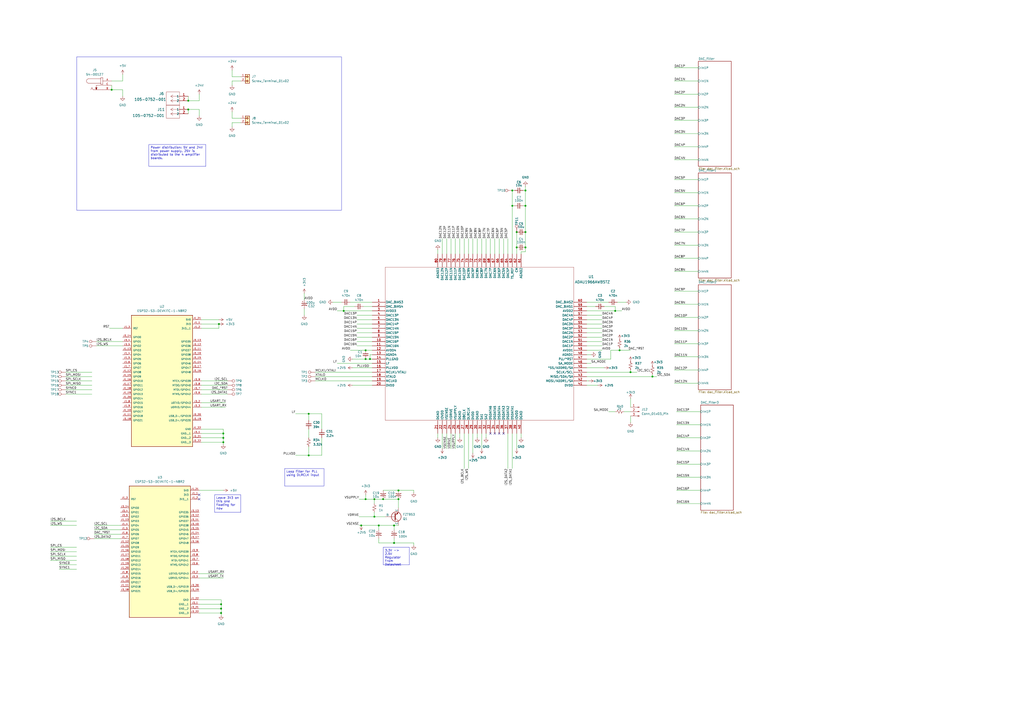
<source format=kicad_sch>
(kicad_sch (version 20231120) (generator "eeschema") (generator_version "8.0")
  (paper "A2")
  (junction (at 129.54 256.54))
  (junction (at 127 187.96))
  (junction (at 228.6 314.96))
  (junction (at 299.72 134.62))
  (junction (at 217.17 289.56))
  (junction (at 299.72 143.51))
  (junction (at 214.63 208.28))
  (junction (at 297.18 110.49))
  (junction (at 128.27 350.52))
  (junction (at 365.76 215.9))
  (junction (at 304.8 119.38))
  (junction (at 64.77 52.07))
  (junction (at 179.07 240.03))
  (junction (at 304.8 143.51))
  (junction (at 304.8 134.62))
  (junction (at 199.39 180.34))
  (junction (at 128.27 353.06))
  (junction (at 209.55 304.8))
  (junction (at 228.6 304.8))
  (junction (at 356.87 180.34))
  (junction (at 297.18 119.38))
  (junction (at 378.46 218.44))
  (junction (at 304.8 110.49))
  (junction (at 217.17 299.72))
  (junction (at 109.22 63.5))
  (junction (at 129.54 251.46))
  (junction (at 179.07 264.16))
  (junction (at 231.14 289.56))
  (junction (at 222.25 289.56))
  (junction (at 128.27 355.6))
  (junction (at 212.09 208.28))
  (junction (at 359.41 203.2))
  (junction (at 109.22 58.42))
  (junction (at 231.14 284.48))
  (junction (at 219.71 304.8))
  (junction (at 129.54 254))
  (junction (at 212.09 289.56))
  (junction (at 212.09 203.2))
  (no_connect (at 115.57 287.02))
  (no_connect (at 289.56 251.46))
  (no_connect (at 287.02 251.46))
  (no_connect (at 284.48 251.46))
  (no_connect (at 292.1 251.46))
  (no_connect (at 115.57 289.56))
  (wire (pts (xy 116.84 254) (xy 129.54 254)))
  (wire (pts (xy 186.69 254) (xy 186.69 264.16)))
  (wire (pts (xy 378.46 217.17) (xy 378.46 218.44)))
  (wire (pts (xy 391.16 92.71) (xy 405.13 92.71)))
  (wire (pts (xy 217.17 299.72) (xy 223.52 299.72)))
  (wire (pts (xy 215.9 177.8) (xy 210.82 177.8)))
  (wire (pts (xy 215.9 190.5) (xy 207.01 190.5)))
  (wire (pts (xy 128.27 355.6) (xy 128.27 353.06)))
  (wire (pts (xy 391.16 157.48) (xy 405.13 157.48)))
  (wire (pts (xy 215.9 175.26) (xy 203.2 175.26)))
  (wire (pts (xy 340.36 177.8) (xy 345.44 177.8)))
  (wire (pts (xy 219.71 314.96) (xy 228.6 314.96)))
  (wire (pts (xy 198.12 175.26) (xy 193.04 175.26)))
  (wire (pts (xy 214.63 208.28) (xy 214.63 205.74)))
  (wire (pts (xy 128.27 350.52) (xy 128.27 347.98)))
  (wire (pts (xy 222.25 289.56) (xy 231.14 289.56)))
  (wire (pts (xy 204.47 223.52) (xy 215.9 223.52)))
  (wire (pts (xy 392.43 238.76) (xy 406.4 238.76)))
  (wire (pts (xy 240.03 314.96) (xy 240.03 316.23)))
  (wire (pts (xy 266.7 251.46) (xy 266.7 254)))
  (wire (pts (xy 115.57 54.61) (xy 115.57 58.42)))
  (wire (pts (xy 129.54 254) (xy 129.54 251.46)))
  (wire (pts (xy 391.16 191.77) (xy 405.13 191.77)))
  (wire (pts (xy 340.36 215.9) (xy 365.76 215.9)))
  (wire (pts (xy 219.71 307.34) (xy 219.71 304.8)))
  (wire (pts (xy 391.16 85.09) (xy 405.13 85.09)))
  (wire (pts (xy 299.72 134.62) (xy 299.72 143.51)))
  (wire (pts (xy 391.16 119.38) (xy 405.13 119.38)))
  (wire (pts (xy 391.16 39.37) (xy 405.13 39.37)))
  (wire (pts (xy 391.16 214.63) (xy 405.13 214.63)))
  (wire (pts (xy 55.88 198.12) (xy 71.12 198.12)))
  (wire (pts (xy 340.36 175.26) (xy 353.06 175.26)))
  (wire (pts (xy 391.16 127) (xy 405.13 127)))
  (wire (pts (xy 171.45 264.16) (xy 179.07 264.16)))
  (wire (pts (xy 176.53 173.99) (xy 176.53 170.18)))
  (wire (pts (xy 302.26 251.46) (xy 302.26 254)))
  (wire (pts (xy 115.57 284.48) (xy 129.54 284.48)))
  (wire (pts (xy 304.8 119.38) (xy 304.8 110.49)))
  (wire (pts (xy 391.16 46.99) (xy 405.13 46.99)))
  (wire (pts (xy 38.1 220.98) (xy 53.34 220.98)))
  (wire (pts (xy 109.22 55.88) (xy 109.22 58.42)))
  (wire (pts (xy 64.77 52.07) (xy 71.12 52.07)))
  (wire (pts (xy 127 190.5) (xy 127 187.96)))
  (wire (pts (xy 116.84 236.22) (xy 130.81 236.22)))
  (wire (pts (xy 139.7 71.12) (xy 134.62 71.12)))
  (wire (pts (xy 297.18 110.49) (xy 297.18 119.38)))
  (wire (pts (xy 199.39 180.34) (xy 195.58 180.34)))
  (wire (pts (xy 208.28 289.56) (xy 212.09 289.56)))
  (wire (pts (xy 240.03 284.48) (xy 240.03 285.75)))
  (wire (pts (xy 365.76 215.9) (xy 369.57 215.9)))
  (wire (pts (xy 109.22 63.5) (xy 115.57 63.5)))
  (wire (pts (xy 264.16 147.32) (xy 264.16 138.43)))
  (wire (pts (xy 115.57 355.6) (xy 128.27 355.6)))
  (wire (pts (xy 356.87 180.34) (xy 360.68 180.34)))
  (wire (pts (xy 215.9 198.12) (xy 207.01 198.12)))
  (wire (pts (xy 261.62 147.32) (xy 261.62 138.43)))
  (wire (pts (xy 219.71 314.96) (xy 219.71 312.42)))
  (wire (pts (xy 289.56 147.32) (xy 289.56 138.43)))
  (wire (pts (xy 215.9 185.42) (xy 207.01 185.42)))
  (wire (pts (xy 356.87 180.34) (xy 340.36 180.34)))
  (wire (pts (xy 271.78 147.32) (xy 271.78 138.43)))
  (wire (pts (xy 340.36 193.04) (xy 349.25 193.04)))
  (wire (pts (xy 29.21 302.26) (xy 44.45 302.26)))
  (wire (pts (xy 254 147.32) (xy 254 144.78)))
  (wire (pts (xy 209.55 304.8) (xy 219.71 304.8)))
  (wire (pts (xy 392.43 246.38) (xy 406.4 246.38)))
  (wire (pts (xy 179.07 264.16) (xy 186.69 264.16)))
  (wire (pts (xy 304.8 143.51) (xy 304.8 134.62)))
  (wire (pts (xy 132.08 220.98) (xy 116.84 220.98)))
  (wire (pts (xy 195.58 210.82) (xy 215.9 210.82)))
  (wire (pts (xy 391.16 149.86) (xy 405.13 149.86)))
  (wire (pts (xy 199.39 180.34) (xy 215.9 180.34)))
  (wire (pts (xy 116.84 256.54) (xy 129.54 256.54)))
  (wire (pts (xy 340.36 203.2) (xy 349.25 203.2)))
  (wire (pts (xy 115.57 335.28) (xy 129.54 335.28)))
  (wire (pts (xy 228.6 312.42) (xy 228.6 314.96)))
  (wire (pts (xy 182.88 215.9) (xy 215.9 215.9)))
  (wire (pts (xy 340.36 187.96) (xy 349.25 187.96)))
  (wire (pts (xy 171.45 240.03) (xy 179.07 240.03)))
  (wire (pts (xy 139.7 68.58) (xy 134.62 68.58)))
  (wire (pts (xy 340.36 198.12) (xy 349.25 198.12)))
  (wire (pts (xy 359.41 203.2) (xy 365.76 203.2)))
  (wire (pts (xy 392.43 254) (xy 406.4 254)))
  (wire (pts (xy 391.16 54.61) (xy 405.13 54.61)))
  (wire (pts (xy 34.29 330.2) (xy 44.45 330.2)))
  (wire (pts (xy 231.14 284.48) (xy 240.03 284.48)))
  (wire (pts (xy 304.8 146.05) (xy 304.8 143.51)))
  (wire (pts (xy 340.36 218.44) (xy 378.46 218.44)))
  (wire (pts (xy 266.7 147.32) (xy 266.7 138.43)))
  (wire (pts (xy 281.94 251.46) (xy 281.94 254)))
  (wire (pts (xy 29.21 317.5) (xy 44.45 317.5)))
  (wire (pts (xy 361.95 238.76) (xy 365.76 238.76)))
  (wire (pts (xy 359.41 201.93) (xy 359.41 203.2)))
  (wire (pts (xy 287.02 147.32) (xy 287.02 138.43)))
  (wire (pts (xy 276.86 147.32) (xy 276.86 138.43)))
  (wire (pts (xy 365.76 231.14) (xy 365.76 236.22)))
  (wire (pts (xy 297.18 251.46) (xy 297.18 271.78)))
  (wire (pts (xy 392.43 292.1) (xy 406.4 292.1)))
  (wire (pts (xy 281.94 147.32) (xy 281.94 138.43)))
  (wire (pts (xy 392.43 269.24) (xy 406.4 269.24)))
  (wire (pts (xy 212.09 289.56) (xy 217.17 289.56)))
  (wire (pts (xy 340.36 185.42) (xy 349.25 185.42)))
  (wire (pts (xy 356.87 177.8) (xy 356.87 180.34)))
  (wire (pts (xy 182.88 218.44) (xy 215.9 218.44)))
  (wire (pts (xy 128.27 353.06) (xy 128.27 350.52)))
  (wire (pts (xy 217.17 289.56) (xy 217.17 292.1)))
  (wire (pts (xy 116.84 185.42) (xy 127 185.42)))
  (wire (pts (xy 279.4 251.46) (xy 279.4 260.35)))
  (wire (pts (xy 109.22 63.5) (xy 109.22 66.04)))
  (wire (pts (xy 304.8 146.05) (xy 302.26 146.05)))
  (wire (pts (xy 199.39 177.8) (xy 199.39 180.34)))
  (wire (pts (xy 222.25 284.48) (xy 231.14 284.48)))
  (wire (pts (xy 208.28 304.8) (xy 209.55 304.8)))
  (wire (pts (xy 208.28 299.72) (xy 217.17 299.72)))
  (wire (pts (xy 29.21 304.8) (xy 44.45 304.8)))
  (wire (pts (xy 279.4 147.32) (xy 279.4 138.43)))
  (wire (pts (xy 71.12 52.07) (xy 71.12 55.88)))
  (wire (pts (xy 391.16 104.14) (xy 405.13 104.14)))
  (wire (pts (xy 134.62 64.77) (xy 134.62 68.58)))
  (wire (pts (xy 116.84 251.46) (xy 129.54 251.46)))
  (wire (pts (xy 261.62 251.46) (xy 261.62 260.35)))
  (wire (pts (xy 139.7 44.45) (xy 134.62 44.45)))
  (wire (pts (xy 128.27 347.98) (xy 115.57 347.98)))
  (wire (pts (xy 391.16 111.76) (xy 405.13 111.76)))
  (wire (pts (xy 231.14 289.56) (xy 231.14 294.64)))
  (wire (pts (xy 365.76 241.3) (xy 365.76 245.11)))
  (wire (pts (xy 186.69 240.03) (xy 186.69 248.92)))
  (wire (pts (xy 54.61 309.88) (xy 69.85 309.88)))
  (wire (pts (xy 34.29 327.66) (xy 44.45 327.66)))
  (wire (pts (xy 38.1 215.9) (xy 53.34 215.9)))
  (wire (pts (xy 269.24 147.32) (xy 269.24 138.43)))
  (wire (pts (xy 297.18 110.49) (xy 298.45 110.49)))
  (wire (pts (xy 354.33 203.2) (xy 354.33 208.28)))
  (wire (pts (xy 303.53 110.49) (xy 304.8 110.49)))
  (wire (pts (xy 304.8 110.49) (xy 304.8 107.95)))
  (wire (pts (xy 29.21 320.04) (xy 44.45 320.04)))
  (wire (pts (xy 129.54 256.54) (xy 129.54 254)))
  (wire (pts (xy 264.16 251.46) (xy 264.16 260.35)))
  (wire (pts (xy 179.07 248.92) (xy 179.07 254)))
  (wire (pts (xy 391.16 62.23) (xy 405.13 62.23)))
  (wire (pts (xy 132.08 223.52) (xy 116.84 223.52)))
  (wire (pts (xy 391.16 184.15) (xy 405.13 184.15)))
  (wire (pts (xy 228.6 314.96) (xy 240.03 314.96)))
  (wire (pts (xy 259.08 147.32) (xy 259.08 138.43)))
  (wire (pts (xy 215.9 200.66) (xy 207.01 200.66)))
  (wire (pts (xy 215.9 208.28) (xy 214.63 208.28)))
  (wire (pts (xy 219.71 304.8) (xy 228.6 304.8)))
  (wire (pts (xy 358.14 175.26) (xy 363.22 175.26)))
  (wire (pts (xy 129.54 257.81) (xy 129.54 256.54)))
  (wire (pts (xy 340.36 210.82) (xy 342.9 210.82)))
  (wire (pts (xy 391.16 176.53) (xy 405.13 176.53)))
  (wire (pts (xy 215.9 182.88) (xy 207.01 182.88)))
  (wire (pts (xy 391.16 168.91) (xy 405.13 168.91)))
  (wire (pts (xy 54.61 304.8) (xy 69.85 304.8)))
  (wire (pts (xy 274.32 262.89) (xy 274.32 251.46)))
  (wire (pts (xy 292.1 147.32) (xy 292.1 138.43)))
  (wire (pts (xy 116.84 190.5) (xy 127 190.5)))
  (wire (pts (xy 203.2 203.2) (xy 212.09 203.2)))
  (wire (pts (xy 228.6 304.8) (xy 228.6 307.34)))
  (wire (pts (xy 182.88 220.98) (xy 215.9 220.98)))
  (wire (pts (xy 303.53 119.38) (xy 304.8 119.38)))
  (wire (pts (xy 217.17 289.56) (xy 222.25 289.56)))
  (wire (pts (xy 134.62 71.12) (xy 134.62 73.66)))
  (wire (pts (xy 346.71 223.52) (xy 340.36 223.52)))
  (wire (pts (xy 391.16 142.24) (xy 405.13 142.24)))
  (wire (pts (xy 391.16 199.39) (xy 405.13 199.39)))
  (wire (pts (xy 256.54 147.32) (xy 256.54 138.43)))
  (wire (pts (xy 391.16 134.62) (xy 405.13 134.62)))
  (wire (pts (xy 354.33 208.28) (xy 340.36 208.28)))
  (wire (pts (xy 259.08 251.46) (xy 259.08 260.35)))
  (wire (pts (xy 71.12 43.18) (xy 71.12 46.99)))
  (wire (pts (xy 378.46 218.44) (xy 381 218.44)))
  (wire (pts (xy 71.12 46.99) (xy 64.77 46.99)))
  (wire (pts (xy 354.33 203.2) (xy 359.41 203.2)))
  (wire (pts (xy 340.36 190.5) (xy 349.25 190.5)))
  (wire (pts (xy 38.1 228.6) (xy 53.34 228.6)))
  (wire (pts (xy 392.43 276.86) (xy 406.4 276.86)))
  (wire (pts (xy 214.63 208.28) (xy 212.09 208.28)))
  (wire (pts (xy 340.36 220.98) (xy 341.63 220.98)))
  (wire (pts (xy 391.16 222.25) (xy 405.13 222.25)))
  (wire (pts (xy 215.9 187.96) (xy 207.01 187.96)))
  (wire (pts (xy 139.7 46.99) (xy 134.62 46.99)))
  (wire (pts (xy 115.57 332.74) (xy 129.54 332.74)))
  (wire (pts (xy 391.16 77.47) (xy 405.13 77.47)))
  (wire (pts (xy 205.74 177.8) (xy 199.39 177.8)))
  (wire (pts (xy 392.43 261.62) (xy 406.4 261.62)))
  (wire (pts (xy 64.77 49.53) (xy 64.77 52.07)))
  (wire (pts (xy 276.86 251.46) (xy 276.86 254)))
  (wire (pts (xy 29.21 325.12) (xy 44.45 325.12)))
  (wire (pts (xy 176.53 179.07) (xy 176.53 182.88)))
  (wire (pts (xy 132.08 226.06) (xy 116.84 226.06)))
  (wire (pts (xy 269.24 251.46) (xy 269.24 271.78)))
  (wire (pts (xy 134.62 46.99) (xy 134.62 49.53)))
  (wire (pts (xy 215.9 205.74) (xy 214.63 205.74)))
  (wire (pts (xy 254 251.46) (xy 254 254)))
  (wire (pts (xy 340.36 200.66) (xy 349.25 200.66)))
  (wire (pts (xy 54.61 312.42) (xy 69.85 312.42)))
  (wire (pts (xy 55.88 200.66) (xy 71.12 200.66)))
  (wire (pts (xy 115.57 350.52) (xy 128.27 350.52)))
  (wire (pts (xy 179.07 240.03) (xy 186.69 240.03)))
  (wire (pts (xy 212.09 208.28) (xy 204.47 208.28)))
  (wire (pts (xy 129.54 248.92) (xy 116.84 248.92)))
  (wire (pts (xy 271.78 251.46) (xy 271.78 271.78)))
  (wire (pts (xy 228.6 304.8) (xy 231.14 304.8)))
  (wire (pts (xy 63.5 190.5) (xy 71.12 190.5)))
  (wire (pts (xy 340.36 195.58) (xy 349.25 195.58)))
  (wire (pts (xy 38.1 218.44) (xy 53.34 218.44)))
  (wire (pts (xy 29.21 322.58) (xy 44.45 322.58)))
  (wire (pts (xy 294.64 251.46) (xy 294.64 271.78)))
  (wire (pts (xy 115.57 63.5) (xy 115.57 67.31)))
  (wire (pts (xy 299.72 143.51) (xy 299.72 147.32)))
  (wire (pts (xy 116.84 187.96) (xy 127 187.96)))
  (wire (pts (xy 215.9 193.04) (xy 207.01 193.04)))
  (wire (pts (xy 304.8 119.38) (xy 304.8 134.62)))
  (wire (pts (xy 256.54 251.46) (xy 256.54 260.35)))
  (wire (pts (xy 302.26 146.05) (xy 302.26 147.32)))
  (wire (pts (xy 297.18 119.38) (xy 297.18 147.32)))
  (wire (pts (xy 179.07 259.08) (xy 179.07 264.16)))
  (wire (pts (xy 297.18 119.38) (xy 298.45 119.38)))
  (wire (pts (xy 115.57 353.06) (xy 128.27 353.06)))
  (wire (pts (xy 116.84 233.68) (xy 130.81 233.68)))
  (wire (pts (xy 212.09 287.02) (xy 212.09 289.56)))
  (wire (pts (xy 129.54 251.46) (xy 129.54 248.92)))
  (wire (pts (xy 365.76 214.63) (xy 365.76 215.9)))
  (wire (pts (xy 391.16 207.01) (xy 405.13 207.01)))
  (wire (pts (xy 128.27 356.87) (xy 128.27 355.6)))
  (wire (pts (xy 132.08 228.6) (xy 116.84 228.6)))
  (wire (pts (xy 353.06 238.76) (xy 356.87 238.76)))
  (wire (pts (xy 284.48 147.32) (xy 284.48 138.43)))
  (wire (pts (xy 38.1 226.06) (xy 53.34 226.06)))
  (wire (pts (xy 340.36 182.88) (xy 349.25 182.88)))
  (wire (pts (xy 179.07 240.03) (xy 179.07 243.84)))
  (wire (pts (xy 391.16 69.85) (xy 405.13 69.85)))
  (wire (pts (xy 350.52 177.8) (xy 356.87 177.8)))
  (wire (pts (xy 274.32 147.32) (xy 274.32 138.43)))
  (wire (pts (xy 217.17 297.18) (xy 217.17 299.72)))
  (wire (pts (xy 340.36 205.74) (xy 342.9 205.74)))
  (wire (pts (xy 134.62 40.64) (xy 134.62 44.45)))
  (wire (pts (xy 392.43 284.48) (xy 406.4 284.48)))
  (wire (pts (xy 54.61 307.34) (xy 69.85 307.34)))
  (wire (pts (xy 340.36 213.36) (xy 350.52 213.36)))
  (wire (pts (xy 38.1 223.52) (xy 53.34 223.52)))
  (wire (pts (xy 215.9 195.58) (xy 207.01 195.58)))
  (wire (pts (xy 204.47 213.36) (xy 215.9 213.36)))
  (wire (pts (xy 299.72 251.46) (xy 299.72 260.35)))
  (wire (pts (xy 115.57 58.42) (xy 109.22 58.42)))
  (wire (pts (xy 212.09 203.2) (xy 215.9 203.2)))
  (wire (pts (xy 294.64 147.32) (xy 294.64 138.43)))
  (rectangle (start 44.45 33.02) (end 198.12 121.92))
  (text_box "3.3V -> 2.5V Regulator From Datasheet\n\n" (at 222.25 317.5 0) (size 15.24 10.16) (effects (font (size 1.27 1.27)) (justify left top)))
  (text_box "Loop filter for PLL using DLRCLK input\n" (at 165.1 271.78 0) (size 22.86 10.16) (effects (font (size 1.27 1.27)) (justify left top)))
  (text_box "Leave 3V3 on this one floating for now\n" (at 124.46 287.02 0) (size 15.24 10.16) (effects (font (size 1.27 1.27)) (justify left top)))
  (text_box "Power distribution: 5V and 24V from power supply. 25V is distributed to the 4 amplifier boards." (at 86.36 83.82 0) (size 33.02 12.7) (effects (font (size 1.27 1.27)) (justify left top)))
  (label "XTALO" (at 182.88 218.44 0))
  (label "PLLVDD" (at 207.01 213.36 0))
  (label "I2S_DATA2" (at 54.61 312.42 0))
  (label "DAC2P" (at 391.16 54.61 0))
  (label "DAC13P" (at 392.43 238.76 0))
  (label "DAC8N" (at 276.86 138.43 90))
  (label "DAC2N" (at 391.16 62.23 0))
  (label "DAC12P" (at 391.16 214.63 0))
  (label "DAC14N" (at 392.43 261.62 0))
  (label "DAC5N" (at 391.16 111.76 0))
  (label "I2S_WS" (at 29.21 304.8 0))
  (label "DAC2N" (at 349.25 193.04 0))
  (label "DAC11P" (at 391.16 199.39 0))
  (label "AVDD" (at 360.68 180.34 0))
  (label "SPI_CS" (at 29.21 317.5 0))
  (label "DAC8P" (at 391.16 149.86 0))
  (label "DAC9P" (at 391.16 168.91 0))
  (label "DAC16P" (at 392.43 284.48 0))
  (label "DAC13P" (at 207.01 182.88 180))
  (label "SPI_MOSI" (at 29.21 320.04 0))
  (label "DAC4N" (at 391.16 92.71 0))
  (label "AVDD" (at 176.53 173.99 0))
  (label "DAC10N" (at 266.7 138.43 90))
  (label "DAC6P" (at 391.16 119.38 0))
  (label "LF" (at 195.58 210.82 180))
  (label "I2S_BCLK" (at 55.88 198.12 0))
  (label "SPI_MISO" (at 29.21 325.12 0))
  (label "USART_RX" (at 121.92 236.22 0))
  (label "DAC15P" (at 392.43 269.24 0))
  (label "DAC1P" (at 349.25 200.66 0))
  (label "RST" (at 63.5 190.5 180))
  (label "DAC7N" (at 391.16 142.24 0))
  (label "DAC14P" (at 392.43 254 0))
  (label "DAC16N" (at 392.43 292.1 0))
  (label "I2C_SCL" (at 132.08 220.98 180))
  (label "DAC16N" (at 207.01 200.66 180))
  (label "I2C_SDA" (at 381 218.44 0))
  (label "DAC11N" (at 391.16 207.01 0))
  (label "I2C_SCL" (at 369.57 215.9 0))
  (label "USART_TX" (at 121.92 233.68 0))
  (label "DAC10P" (at 269.24 138.43 90))
  (label "SYNC1" (at 38.1 228.6 0))
  (label "SYNC1" (at 34.29 330.2 0))
  (label "VSUPPLY" (at 264.16 260.35 90))
  (label "DAC15N" (at 207.01 195.58 180))
  (label "DAC5P" (at 391.16 104.14 0))
  (label "DAC3P" (at 391.16 69.85 0))
  (label "DAC5N" (at 292.1 138.43 90))
  (label "I2C_SDA" (at 54.61 307.34 0))
  (label "MCLKO" (at 182.88 220.98 0))
  (label "USART_RX" (at 120.65 332.74 0))
  (label "I2C_SDA" (at 132.08 223.52 180))
  (label "DAC5P" (at 294.64 138.43 90))
  (label "AVDD" (at 349.25 203.2 0))
  (label "VSENSE" (at 208.28 304.8 180))
  (label "I2C_SCL" (at 54.61 304.8 0))
  (label "AVDD" (at 195.58 180.34 180))
  (label "DAC6N" (at 287.02 138.43 90))
  (label "MCLKI{slash}XTALI" (at 182.88 215.9 0))
  (label "DAC13N" (at 207.01 185.42 180))
  (label "SYNC0" (at 34.29 327.66 0))
  (label "DAC14P" (at 207.01 187.96 180))
  (label "I2S_WS" (at 271.78 271.78 270))
  (label "DAC1N" (at 391.16 46.99 0))
  (label "DAC15N" (at 392.43 276.86 0))
  (label "DAC9N" (at 391.16 176.53 0))
  (label "SPI_SCLK" (at 38.1 220.98 0))
  (label "DAC14N" (at 207.01 190.5 180))
  (label "SYNC0" (at 38.1 226.06 0))
  (label "SPI_SCLK" (at 29.21 322.58 0))
  (label "LF" (at 171.45 240.03 180))
  (label "I2S_DATA1" (at 297.18 271.78 270))
  (label "VSUPPLY" (at 208.28 289.56 180))
  (label "VDRIVE" (at 208.28 299.72 180))
  (label "DAC12P" (at 259.08 138.43 90))
  (label "DAC10P" (at 391.16 184.15 0))
  (label "DAC9N" (at 271.78 138.43 90))
  (label "DAC8P" (at 279.4 138.43 90))
  (label "DAC16P" (at 207.01 198.12 180))
  (label "VSENSE" (at 259.08 260.35 90))
  (label "DAC12N" (at 256.54 138.43 90))
  (label "DAC3P" (at 349.25 190.5 0))
  (label "DAC7P" (at 284.48 138.43 90))
  (label "I2S_DATA1" (at 132.08 228.6 180))
  (label "DAC11N" (at 261.62 138.43 90))
  (label "DAC15P" (at 207.01 193.04 180))
  (label "SA_MODE" (at 353.06 238.76 180))
  (label "DAC8N" (at 391.16 157.48 0))
  (label "DAC7P" (at 391.16 134.62 0))
  (label "DAC4P" (at 391.16 85.09 0))
  (label "I2S_DATA2" (at 294.64 271.78 270))
  (label "DAC6N" (at 391.16 127 0))
  (label "SPI_MISO" (at 38.1 223.52 0))
  (label "DAC_*RST" (at 132.08 226.06 180))
  (label "I2S_BCLK" (at 29.21 302.26 0))
  (label "DAC2P" (at 349.25 195.58 0))
  (label "USART_TX" (at 120.65 335.28 0))
  (label "DAC13N" (at 392.43 246.38 0))
  (label "SPI_MOSI" (at 38.1 218.44 0))
  (label "AVDD" (at 203.2 203.2 180))
  (label "DAC_*RST" (at 54.61 309.88 0))
  (label "I2S_BCLK" (at 269.24 271.78 270))
  (label "VDRIVE" (at 261.62 260.35 90))
  (label "DAC_*RST" (at 364.49 203.2 0))
  (label "DAC11P" (at 264.16 138.43 90))
  (label "DAC1P" (at 391.16 39.37 0))
  (label "PLLVDD" (at 171.45 264.16 180))
  (label "SA_MODE" (at 342.9 210.82 0))
  (label "DAC7N" (at 281.94 138.43 90))
  (label "DAC6P" (at 289.56 138.43 90))
  (label "I2S_WS" (at 55.88 200.66 0))
  (label "DAC1N" (at 349.25 198.12 0))
  (label "DAC4N" (at 349.25 182.88 0))
  (label "DAC3N" (at 391.16 77.47 0))
  (label "DAC4P" (at 349.25 185.42 0))
  (label "DAC12N" (at 391.16 222.25 0))
  (label "DAC9P" (at 274.32 138.43 90))
  (label "SPI_CS" (at 38.1 215.9 0))
  (label "DAC10N" (at 391.16 191.77 0))
  (label "DAC3N" (at 349.25 187.96 0))
  (symbol (lib_id "Device:C_Small") (at 179.07 246.38 0) (unit 1)
    (property "Reference" "C30" (at 181.61 245.1162 0) (effects (justify left)))
    (property "Value" "39n" (at 181.61 247.6562 0) (effects (justify left)))
    (property "Footprint" "Capacitor_SMD:C_0805_2012Metric_Pad1.18x1.45mm_HandSolder" (effects (hide yes)))
    (property "Description" "Unpolarized capacitor, small symbol" (effects (hide yes)))
  )
  (symbol (lib_id "Device:R_Small_US") (at 359.41 199.39 0) (unit 1)
    (property "Reference" "R36" (at 361.95 198.1199 0) (effects (justify left)))
    (property "Value" "2k" (at 361.95 200.6599 0) (effects (justify left)))
    (property "Footprint" "Resistor_SMD:R_0805_2012Metric_Pad1.20x1.40mm_HandSolder" (effects (hide yes)))
    (property "Description" "Resistor, small US symbol" (effects (hide yes)))
  )
  (symbol (lib_id "Connector:TestPoint") (at 38.1 226.06 90) (unit 1)
    (property "Reference" "TP17" (at 31.75 226.06 90))
    (property "Value" "SYNC0" (effects (hide yes)))
    (property "Footprint" "project_lib:TP_1.8x1mm" (effects (hide yes)))
    (property "Description" "test point" (effects (hide yes)))
  )
  (symbol (lib_id "project_lib:ESP32-S3-DEVKITC-1-N8R2") (at 92.71 314.96 0) (unit 1)
    (property "Reference" "U3" (at 92.71 276.86 0))
    (property "Value" "ESP32-S3-DEVKITC-1-N8R2" (at 92.71 279.4 0))
    (property "Footprint" "project_lib:XCVR_ESP32-S3-DEVKITC-1-N8R2" (effects (hide yes)))
    (property "PARTREV" "V1" (effects (hide yes)))
    (property "STANDARD" "Manufacturer Recommendations" (effects (hide yes)))
    (property "MANUFACTURER" "Espressif" (effects (hide yes)))
  )
  (symbol (lib_id "project_lib:ADAU1966AWBSTZ") (at 215.9 175.26 0) (unit 1)
    (property "Reference" "U1" (at 342.9 160.528 0) (effects (font (size 1.524 1.524))))
    (property "Value" "ADAU1966AWBSTZ" (at 343.662 163.576 0) (effects (font (size 1.524 1.524))))
    (property "Footprint" "project_lib:ST_80_2_ADI" (effects (hide yes)))
    (property "Datasheet" "ADAU1966AWBSTZ" (effects (hide yes)))
  )
  (symbol (lib_id "Device:C_Small") (at 355.6 175.26 90) (unit 1)
    (property "Reference" "C2" (at 355.6063 168.91 90))
    (property "Value" "470n" (at 355.6063 171.45 90))
    (property "Footprint" "Capacitor_SMD:C_0805_2012Metric_Pad1.18x1.45mm_HandSolder" (effects (hide yes)))
    (property "Description" "Unpolarized capacitor, small symbol" (effects (hide yes)))
  )
  (symbol (lib_id "Connector:TestPoint") (at 55.88 200.66 90) (unit 1)
    (property "Reference" "TP5" (at 49.53 200.66 90))
    (property "Value" "I2S_WS" (effects (hide yes)))
    (property "Footprint" "project_lib:TP_1.8x1mm" (effects (hide yes)))
    (property "Description" "test point" (effects (hide yes)))
  )
  (symbol (lib_id "Device:R_Small_US") (at 179.07 256.54 0) (unit 1)
    (property "Reference" "R34" (at 181.61 255.2699 0) (effects (justify left)))
    (property "Value" "3.32k" (at 181.61 257.8099 0) (effects (justify left)))
    (property "Footprint" "Resistor_SMD:R_0805_2012Metric_Pad1.20x1.40mm_HandSolder" (effects (hide yes)))
    (property "Description" "Resistor, small US symbol" (effects (hide yes)))
  )
  (symbol (lib_id "Connector:Conn_01x03_Pin") (at 370.84 238.76 0) (mirror y) (unit 1)
    (property "Reference" "J12" (at 372.11 237.4899 0) (effects (justify right)))
    (property "Value" "Conn_01x03_Pin" (at 372.11 240.0299 0) (effects (justify right)))
    (property "Footprint" "Connector_PinHeader_2.54mm:PinHeader_1x03_P2.54mm_Vertical" (effects (hide yes)))
    (property "Description" "Generic connector, single row, 01x03, script generated" (effects (hide yes)))
  )
  (symbol (lib_id "Connector:TestPoint") (at 55.88 198.12 90) (unit 1)
    (property "Reference" "TP4" (at 49.53 198.12 90))
    (property "Value" "I2S_BCLK" (effects (hide yes)))
    (property "Footprint" "project_lib:TP_1.8x1mm" (effects (hide yes)))
    (property "Description" "test point" (effects (hide yes)))
  )
  (symbol (lib_id "power:GND") (at 193.04 175.26 270) (mirror x) (unit 1)
    (property "Reference" "#PWR010" (effects (hide yes)))
    (property "Value" "GND" (at 189.23 175.2599 90) (effects (justify right)))
    (property "Description" "Power symbol creates a global label with name \"GND\" , ground" (effects (hide yes)))
  )
  (symbol (lib_id "power:+2V5") (at 204.47 213.36 90) (unit 1)
    (property "Reference" "#PWR011" (effects (hide yes)))
    (property "Value" "+2V5" (at 200.66 213.3599 90) (effects (justify left)))
    (property "Description" "Power symbol creates a global label with name \"+2V5\"" (effects (hide yes)))
  )
  (symbol (lib_id "power:+3V3") (at 350.52 213.36 270) (unit 1)
    (property "Reference" "#PWR018" (effects (hide yes)))
    (property "Value" "+3V3" (at 355.6 213.36 90))
    (property "Description" "Power symbol creates a global label with name \"+3V3\"" (effects (hide yes)))
  )
  (symbol (lib_id "power:+2V5") (at 209.55 304.8 180) (unit 1)
    (property "Reference" "#PWR079" (effects (hide yes)))
    (property "Value" "+2V5" (at 212.344 308.864 0) (effects (justify left)))
    (property "Description" "Power symbol creates a global label with name \"+2V5\"" (effects (hide yes)))
  )
  (symbol (lib_id "power:GND") (at 304.8 107.95 180) (unit 1)
    (property "Reference" "#PWR07" (effects (hide yes)))
    (property "Value" "GND" (at 304.8 102.87 0))
    (property "Description" "Power symbol creates a global label with name \"GND\" , ground" (effects (hide yes)))
  )
  (symbol (lib_id "project_lib:105-0752-001") (at 109.22 55.88 0) (mirror y) (unit 1)
    (property "Reference" "J6" (at 93.726 54.356 0) (effects (font (size 1.524 1.524))))
    (property "Value" "105-0752-001" (at 87.122 57.658 0) (effects (font (size 1.524 1.524))))
    (property "Footprint" "project_lib:CONN_0752-001" (effects (hide yes)))
    (property "Datasheet" "105-0752-001" (effects (hide yes)))
  )
  (symbol (lib_id "Device:R_Small_US") (at 378.46 214.63 0) (unit 1)
    (property "Reference" "R35" (at 381 213.3599 0) (effects (justify left)))
    (property "Value" "2k" (at 381 215.8999 0) (effects (justify left)))
    (property "Footprint" "Resistor_SMD:R_0805_2012Metric_Pad1.20x1.40mm_HandSolder" (effects (hide yes)))
    (property "Description" "Resistor, small US symbol" (effects (hide yes)))
  )
  (symbol (lib_id "Device:C_Small") (at 302.26 143.51 90) (unit 1)
    (property "Reference" "C4" (at 302.2537 138.684 90))
    (property "Value" "100n" (at 302.26 140.462 90))
    (property "Footprint" "Capacitor_SMD:C_0805_2012Metric_Pad1.18x1.45mm_HandSolder" (effects (hide yes)))
    (property "Description" "Unpolarized capacitor, small symbol" (effects (hide yes)))
  )
  (symbol (lib_id "power:+2V5") (at 274.32 262.89 180) (unit 1)
    (property "Reference" "#PWR073" (effects (hide yes)))
    (property "Value" "+2V5" (at 277.114 266.954 0) (effects (justify left)))
    (property "Description" "Power symbol creates a global label with name \"+2V5\"" (effects (hide yes)))
  )
  (symbol (lib_id "power:+3V3") (at 212.09 287.02 0) (unit 1)
    (property "Reference" "#PWR078" (effects (hide yes)))
    (property "Value" "+3V3" (at 212.09 281.94 0))
    (property "Description" "Power symbol creates a global label with name \"+3V3\"" (effects (hide yes)))
  )
  (symbol (lib_id "power:GND") (at 254 144.78 180) (unit 1)
    (property "Reference" "#PWR08" (effects (hide yes)))
    (property "Value" "GND" (at 254 139.7 0))
    (property "Description" "Power symbol creates a global label with name \"GND\" , ground" (effects (hide yes)))
  )
  (symbol (lib_id "power:+3V3") (at 256.54 260.35 180) (unit 1)
    (property "Reference" "#PWR012" (effects (hide yes)))
    (property "Value" "+3V3" (at 256.54 265.43 0))
    (property "Description" "Power symbol creates a global label with name \"+3V3\"" (effects (hide yes)))
  )
  (symbol (lib_id "project_lib:54-00127") (at 59.69 49.53 0) (unit 1)
    (property "Reference" "J5" (at 54.9303 40.64 0))
    (property "Value" "54-00127" (at 54.9303 43.18 0))
    (property "Footprint" "project_lib:TENSILITY_54-00127" (effects (hide yes)))
    (property "PARTREV" "A" (effects (hide yes)))
    (property "STANDARD" "Manufacturer Recommendations" (effects (hide yes)))
    (property "SNAPEDA_PN" "54-00127" (effects (hide yes)))
    (property "MAXIMUM_PACKAGE_HEIGHT" "7.3mm" (effects (hide yes)))
    (property "MANUFACTURER" "TENSILITY" (effects (hide yes)))
  )
  (symbol (lib_id "power:+2V5") (at 204.47 223.52 90) (unit 1)
    (property "Reference" "#PWR013" (effects (hide yes)))
    (property "Value" "+2V5" (at 200.66 223.5199 90) (effects (justify left)))
    (property "Description" "Power symbol creates a global label with name \"+2V5\"" (effects (hide yes)))
  )
  (symbol (lib_id "power:GND") (at 71.12 55.88 0) (unit 1)
    (property "Reference" "#PWR080" (effects (hide yes)))
    (property "Value" "GND" (at 71.12 60.96 0))
    (property "Description" "Power symbol creates a global label with name \"GND\" , ground" (effects (hide yes)))
  )
  (symbol (lib_id "Connector:TestPoint") (at 38.1 218.44 90) (unit 1)
    (property "Reference" "TP14" (at 31.75 218.44 90))
    (property "Value" "SPI_MOSI" (effects (hide yes)))
    (property "Footprint" "project_lib:TP_1.8x1mm" (effects (hide yes)))
    (property "Description" "test point" (effects (hide yes)))
  )
  (symbol (lib_id "power:+24V") (at 71.12 43.18 0) (unit 1)
    (property "Reference" "#PWR081" (effects (hide yes)))
    (property "Value" "+5V" (at 71.12 38.1 0))
    (property "Description" "Power symbol creates a global label with name \"+24V\"" (effects (hide yes)))
  )
  (symbol (lib_id "power:+3V3") (at 129.54 284.48 270) (unit 1)
    (property "Reference" "#PWR028" (effects (hide yes)))
    (property "Value" "+5V" (at 133.35 284.4799 90) (effects (justify left)))
    (property "Description" "Power symbol creates a global label with name \"+3V3\"" (effects (hide yes)))
  )
  (symbol (lib_id "power:GND") (at 266.7 254 0) (unit 1)
    (property "Reference" "#PWR01" (effects (hide yes)))
    (property "Value" "GND" (at 266.7 259.08 0))
    (property "Description" "Power symbol creates a global label with name \"GND\" , ground" (effects (hide yes)))
  )
  (symbol (lib_id "power:+2V5") (at 346.71 223.52 270) (mirror x) (unit 1)
    (property "Reference" "#PWR074" (effects (hide yes)))
    (property "Value" "+2V5" (at 350.52 223.5199 90) (effects (justify left)))
    (property "Description" "Power symbol creates a global label with name \"+2V5\"" (effects (hide yes)))
  )
  (symbol (lib_id "power:GND") (at 365.76 245.11 0) (unit 1)
    (property "Reference" "#PWR024" (effects (hide yes)))
    (property "Value" "GND" (at 365.76 250.19 0))
    (property "Description" "Power symbol creates a global label with name \"GND\" , ground" (effects (hide yes)))
  )
  (symbol (lib_id "power:GND") (at 204.47 208.28 270) (unit 1)
    (property "Reference" "#PWR05" (effects (hide yes)))
    (property "Value" "GND" (at 199.39 208.28 0))
    (property "Description" "Power symbol creates a global label with name \"GND\" , ground" (effects (hide yes)))
  )
  (symbol (lib_id "power:GND") (at 115.57 67.31 0) (unit 1)
    (property "Reference" "#PWR042" (effects (hide yes)))
    (property "Value" "GND" (at 115.57 72.39 0))
    (property "Description" "Power symbol creates a global label with name \"GND\" , ground" (effects (hide yes)))
  )
  (symbol (lib_id "power:GND") (at 176.53 182.88 0) (mirror y) (unit 1)
    (property "Reference" "#PWR027" (effects (hide yes)))
    (property "Value" "GND" (at 176.53 187.96 0))
    (property "Description" "Power symbol creates a global label with name \"GND\" , ground" (effects (hide yes)))
  )
  (symbol (lib_id "Connector:TestPoint") (at 182.88 218.44 90) (unit 1)
    (property "Reference" "TP2" (at 176.53 218.44 90))
    (property "Value" "XTALO" (effects (hide yes)))
    (property "Footprint" "project_lib:TP_1.8x1mm" (effects (hide yes)))
    (property "Description" "test point" (effects (hide yes)))
  )
  (symbol (lib_id "Connector:TestPoint") (at 182.88 215.9 90) (unit 1)
    (property "Reference" "TP1" (at 176.53 215.9 90))
    (property "Value" "MCLKI/XTALI" (effects (hide yes)))
    (property "Footprint" "project_lib:TP_1.8x1mm" (effects (hide yes)))
    (property "Description" "test point" (effects (hide yes)))
  )
  (symbol (lib_id "Device:C_Polarized_Small_US") (at 231.14 287.02 180) (unit 1)
    (property "Reference" "C10" (at 225.044 286.004 0) (effects (justify right)))
    (property "Value" "100n" (at 225.044 288.036 0) (effects (justify right)))
    (property "Footprint" "Capacitor_SMD:C_0805_2012Metric_Pad1.18x1.45mm_HandSolder" (effects (hide yes)))
    (property "Description" "Polarized capacitor, small US symbol" (effects (hide yes)))
  )
  (symbol (lib_id "Connector:TestPoint") (at 297.18 110.49 90) (unit 1)
    (property "Reference" "TP10" (at 290.83 110.49 90))
    (property "Value" "TS_REF" (effects (hide yes)))
    (property "Footprint" "project_lib:TP_1.8x1mm" (effects (hide yes)))
    (property "Description" "test point" (effects (hide yes)))
  )
  (symbol (lib_id "power:GND") (at 281.94 254 0) (unit 1)
    (property "Reference" "#PWR026" (effects (hide yes)))
    (property "Value" "GND" (at 281.94 259.08 0))
    (property "Description" "Power symbol creates a global label with name \"GND\" , ground" (effects (hide yes)))
  )
  (symbol (lib_id "Connector:TestPoint") (at 132.08 223.52 270) (mirror x) (unit 1)
    (property "Reference" "TP8" (at 138.43 223.52 90))
    (property "Value" "I2C_SDA" (effects (hide yes)))
    (property "Footprint" "project_lib:TP_1.8x1mm" (effects (hide yes)))
    (property "Description" "test point" (effects (hide yes)))
  )
  (symbol (lib_id "power:+3V3") (at 341.63 220.98 270) (unit 1)
    (property "Reference" "#PWR020" (effects (hide yes)))
    (property "Value" "+3V3" (at 346.71 220.98 90))
    (property "Description" "Power symbol creates a global label with name \"+3V3\"" (effects (hide yes)))
  )
  (symbol (lib_id "Connector:TestPoint") (at 38.1 220.98 90) (unit 1)
    (property "Reference" "TP15" (at 31.75 220.98 90))
    (property "Value" "SPI_SCLK" (effects (hide yes)))
    (property "Footprint" "project_lib:TP_1.8x1mm" (effects (hide yes)))
    (property "Description" "test point" (effects (hide yes)))
  )
  (symbol (lib_id "Connector:TestPoint") (at 132.08 226.06 270) (unit 1)
    (property "Reference" "TP6" (at 138.43 226.06 90))
    (property "Value" "DAC_*RST" (effects (hide yes)))
    (property "Footprint" "project_lib:TP_1.8x1mm" (effects (hide yes)))
    (property "Description" "test point" (effects (hide yes)))
  )
  (symbol (lib_id "power:+3V3") (at 127 187.96 270) (unit 1)
    (property "Reference" "#PWR015" (effects (hide yes)))
    (property "Value" "+3V3" (at 130.81 187.9599 90) (effects (justify left)))
    (property "Description" "Power symbol creates a global label with name \"+3V3\"" (effects (hide yes)))
  )
  (symbol (lib_id "Connector:TestPoint") (at 38.1 215.9 90) (unit 1)
    (property "Reference" "TP13" (at 31.75 215.9 90))
    (property "Value" "SPI_CS" (effects (hide yes)))
    (property "Footprint" "project_lib:TP_1.8x1mm" (effects (hide yes)))
    (property "Description" "test point" (effects (hide yes)))
  )
  (symbol (lib_id "power:GND") (at 363.22 175.26 90) (unit 1)
    (property "Reference" "#PWR09" (effects (hide yes)))
    (property "Value" "GND" (at 367.03 175.2599 90) (effects (justify right)))
    (property "Description" "Power symbol creates a global label with name \"GND\" , ground" (effects (hide yes)))
  )
  (symbol (lib_id "power:+3V3") (at 359.41 196.85 0) (unit 1)
    (property "Reference" "#PWR021" (effects (hide yes)))
    (property "Value" "+3V3" (at 362.712 194.818 0))
    (property "Description" "Power symbol creates a global label with name \"+3V3\"" (effects (hide yes)))
  )
  (symbol (lib_id "Connector:TestPoint") (at 54.61 312.42 90) (unit 1)
    (property "Reference" "TP12" (at 48.26 312.42 90))
    (property "Value" "I2S_DATA2" (effects (hide yes)))
    (property "Footprint" "project_lib:TP_1.8x1mm" (effects (hide yes)))
    (property "Description" "test point" (effects (hide yes)))
  )
  (symbol (lib_id "Connector:TestPoint") (at 38.1 228.6 90) (unit 1)
    (property "Reference" "TP18" (at 31.75 228.6 90))
    (property "Value" "SYNC1" (effects (hide yes)))
    (property "Footprint" "project_lib:TP_1.8x1mm" (effects (hide yes)))
    (property "Description" "test point" (effects (hide yes)))
  )
  (symbol (lib_id "Connector:TestPoint") (at 182.88 220.98 90) (unit 1)
    (property "Reference" "TP3" (at 176.53 220.98 90))
    (property "Value" "MCLKO" (effects (hide yes)))
    (property "Footprint" "project_lib:TP_1.8x1mm" (effects (hide yes)))
    (property "Description" "test point" (effects (hide yes)))
  )
  (symbol (lib_id "power:+3V3") (at 279.4 260.35 180) (unit 1)
    (property "Reference" "#PWR025" (effects (hide yes)))
    (property "Value" "+3V3" (at 279.4 265.43 0))
    (property "Description" "Power symbol creates a global label with name \"+3V3\"" (effects (hide yes)))
  )
  (symbol (lib_id "power:GND") (at 302.26 254 0) (unit 1)
    (property "Reference" "#PWR04" (effects (hide yes)))
    (property "Value" "GND" (at 302.26 259.08 0))
    (property "Description" "Power symbol creates a global label with name \"GND\" , ground" (effects (hide yes)))
  )
  (symbol (lib_id "project_lib:691137710002") (at 144.78 71.12 270) (unit 1)
    (property "Reference" "J8" (at 146.05 68.5799 90) (effects (justify left)))
    (property "Value" "Screw_Terminal_01x02" (at 146.05 71.1199 90) (effects (justify left)))
    (property "Footprint" "project_lib:691137710002" (effects (hide yes)))
    (property "Description" "Generic screw terminal, single row, 01x02, script generated (kicad-library-utils/schlib/autogen/connector/)" (effects (hide yes)))
  )
  (symbol (lib_id "project_lib:105-0752-001") (at 109.22 63.5 0) (mirror y) (unit 1)
    (property "Reference" "J11" (at 93.472 63.5 0) (effects (font (size 1.524 1.524))))
    (property "Value" "105-0752-001" (at 86.106 67.056 0) (effects (font (size 1.524 1.524))))
    (property "Footprint" "project_lib:CONN_0752-001" (effects (hide yes)))
    (property "Datasheet" "105-0752-001" (effects (hide yes)))
  )
  (symbol (lib_id "power:+24V") (at 115.57 54.61 0) (unit 1)
    (property "Reference" "#PWR041" (effects (hide yes)))
    (property "Value" "+24V" (at 115.57 49.53 0))
    (property "Description" "Power symbol creates a global label with name \"+24V\"" (effects (hide yes)))
  )
  (symbol (lib_id "power:+3V3") (at 378.46 212.09 0) (unit 1)
    (property "Reference" "#PWR019" (effects (hide yes)))
    (property "Value" "+3V3" (at 381.762 210.058 0))
    (property "Description" "Power symbol creates a global label with name \"+3V3\"" (effects (hide yes)))
  )
  (symbol (lib_id "power:+3V3") (at 299.72 260.35 180) (unit 1)
    (property "Reference" "#PWR014" (effects (hide yes)))
    (property "Value" "+3V3" (at 299.72 265.43 0))
    (property "Description" "Power symbol creates a global label with name \"+3V3\"" (effects (hide yes)))
  )
  (symbol (lib_id "power:GND") (at 128.27 356.87 0) (unit 1)
    (property "Reference" "#PWR029" (effects (hide yes)))
    (property "Value" "GND" (at 128.27 361.95 0))
    (property "Description" "Power symbol creates a global label with name \"GND\" , ground" (effects (hide yes)))
  )
  (symbol (lib_id "Device:C_Small") (at 300.99 119.38 90) (unit 1)
    (property "Reference" "C7" (at 300.9837 114.554 90))
    (property "Value" "100n" (at 300.99 116.332 90))
    (property "Footprint" "Capacitor_SMD:C_0805_2012Metric_Pad1.18x1.45mm_HandSolder" (effects (hide yes)))
    (property "Description" "Unpolarized capacitor, small symbol" (effects (hide yes)))
  )
  (symbol (lib_id "power:+3V3") (at 365.76 209.55 0) (unit 1)
    (property "Reference" "#PWR022" (effects (hide yes)))
    (property "Value" "+3V3" (at 369.062 207.518 0))
    (property "Description" "Power symbol creates a global label with name \"+3V3\"" (effects (hide yes)))
  )
  (symbol (lib_id "Device:C_Small") (at 212.09 205.74 0) (unit 1)
    (property "Reference" "C1" (at 207.518 204.216 0) (effects (justify left)))
    (property "Value" "10n" (at 205.994 206.502 0) (effects (justify left)))
    (property "Footprint" "Capacitor_SMD:C_0805_2012Metric_Pad1.18x1.45mm_HandSolder" (effects (hide yes)))
    (property "Description" "Unpolarized capacitor, small symbol" (effects (hide yes)))
  )
  (symbol (lib_id "Connector:TestPoint") (at 299.72 134.62 0) (unit 1)
    (property "Reference" "TP11" (at 299.72 128.27 90))
    (property "Value" "CM" (effects (hide yes)))
    (property "Footprint" "project_lib:TP_1.8x1mm" (effects (hide yes)))
    (property "Description" "test point" (effects (hide yes)))
  )
  (symbol (lib_id "Device:C_Small") (at 208.28 177.8 270) (mirror x) (unit 1)
    (property "Reference" "C8" (at 208.2737 171.45 90))
    (property "Value" "470n" (at 208.2737 173.99 90))
    (property "Footprint" "Capacitor_SMD:C_0805_2012Metric_Pad1.18x1.45mm_HandSolder" (effects (hide yes)))
    (property "Description" "Unpolarized capacitor, small symbol" (effects (hide yes)))
  )
  (symbol (lib_id "Simulation_SPICE:PNP") (at 228.6 299.72 0) (mirror x) (unit 1)
    (property "Reference" "Q1" (at 233.68 300.9901 0) (effects (justify left)))
    (property "Value" "FZT953" (at 233.68 298.4501 0) (effects (justify left)))
    (property "Footprint" "Package_TO_SOT_SMD:SOT-223-3_TabPin2" (effects (hide yes)))
    (property "Datasheet" "https://ngspice.sourceforge.io/docs/ngspice-html-manual/manual.xhtml#cha_BJTs" (effects (hide yes)))
    (property "Description" "Bipolar transistor symbol for simulation only, substrate tied to the emitter" (effects (hide yes)))
    (property "Sim.Device" "PNP" (effects (hide yes)))
    (property "Sim.Type" "GUMMELPOON" (effects (hide yes)))
    (property "Sim.Pins" "1=C 2=B 3=E" (effects (hide yes)))
  )
  (symbol (lib_id "Device:C_Polarized_Small_US") (at 176.53 176.53 0) (unit 1)
    (property "Reference" "C32" (at 182.626 177.546 0) (effects (justify right)))
    (property "Value" "100u" (at 182.626 175.514 0) (effects (justify right)))
    (property "Footprint" "Capacitor_THT:CP_Radial_D6.3mm_P2.50mm" (effects (hide yes)))
    (property "Description" "Polarized capacitor, small US symbol" (effects (hide yes)))
  )
  (symbol (lib_id "power:GND") (at 276.86 254 0) (unit 1)
    (property "Reference" "#PWR03" (effects (hide yes)))
    (property "Value" "GND" (at 276.86 259.08 0))
    (property "Description" "Power symbol creates a global label with name \"GND\" , ground" (effects (hide yes)))
  )
  (symbol (lib_id "project_lib:691137710002") (at 144.78 46.99 270) (unit 1)
    (property "Reference" "J7" (at 146.05 44.4499 90) (effects (justify left)))
    (property "Value" "Screw_Terminal_01x02" (at 146.05 46.9899 90) (effects (justify left)))
    (property "Footprint" "project_lib:691137710002" (effects (hide yes)))
    (property "Description" "Generic screw terminal, single row, 01x02, script generated (kicad-library-utils/schlib/autogen/connector/)" (effects (hide yes)))
  )
  (symbol (lib_id "power:+24V") (at 134.62 64.77 0) (unit 1)
    (property "Reference" "#PWR045" (effects (hide yes)))
    (property "Value" "+24V" (at 134.62 59.69 0))
    (property "Description" "Power symbol creates a global label with name \"+24V\"" (effects (hide yes)))
  )
  (symbol (lib_id "Connector:TestPoint") (at 132.08 220.98 270) (mirror x) (unit 1)
    (property "Reference" "TP9" (at 138.43 220.98 90))
    (property "Value" "I2C_SCL" (effects (hide yes)))
    (property "Footprint" "project_lib:TP_1.8x1mm" (effects (hide yes)))
    (property "Description" "test point" (effects (hide yes)))
  )
  (symbol (lib_id "power:+3V3") (at 365.76 231.14 0) (unit 1)
    (property "Reference" "#PWR023" (effects (hide yes)))
    (property "Value" "+3V3" (at 365.76 227.584 0))
    (property "Description" "Power symbol creates a global label with name \"+3V3\"" (effects (hide yes)))
  )
  (symbol (lib_id "Device:R_Small_US") (at 365.76 212.09 0) (unit 1)
    (property "Reference" "R37" (at 368.3 210.8199 0) (effects (justify left)))
    (property "Value" "2k" (at 368.3 213.3599 0) (effects (justify left)))
    (property "Footprint" "Resistor_SMD:R_0805_2012Metric_Pad1.20x1.40mm_HandSolder" (effects (hide yes)))
    (property "Description" "Resistor, small US symbol" (effects (hide yes)))
  )
  (symbol (lib_id "power:GND") (at 134.62 49.53 0) (unit 1)
    (property "Reference" "#PWR044" (effects (hide yes)))
    (property "Value" "GND" (at 134.62 54.61 0))
    (property "Description" "Power symbol creates a global label with name \"GND\" , ground" (effects (hide yes)))
  )
  (symbol (lib_id "power:+3V3") (at 127 185.42 270) (unit 1)
    (property "Reference" "#PWR016" (effects (hide yes)))
    (property "Value" "+5V" (at 130.81 185.4199 90) (effects (justify left)))
    (property "Description" "Power symbol creates a global label with name \"+3V3\"" (effects (hide yes)))
  )
  (symbol (lib_id "Device:R_Small_US") (at 359.41 238.76 90) (unit 1)
    (property "Reference" "R40" (at 359.664 235.712 90))
    (property "Value" "2k" (at 359.41 236.982 90))
    (property "Footprint" "Resistor_SMD:R_0805_2012Metric_Pad1.20x1.40mm_HandSolder" (effects (hide yes)))
    (property "Description" "Resistor, small US symbol" (effects (hide yes)))
  )
  (symbol (lib_id "power:GND") (at 129.54 257.81 0) (unit 1)
    (property "Reference" "#PWR017" (effects (hide yes)))
    (property "Value" "GND" (at 129.54 262.89 0))
    (property "Description" "Power symbol creates a global label with name \"GND\" , ground" (effects (hide yes)))
  )
  (symbol (lib_id "Connector:TestPoint") (at 132.08 228.6 270) (mirror x) (unit 1)
    (property "Reference" "TP7" (at 138.43 228.6 90))
    (property "Value" "I2S_DATA" (effects (hide yes)))
    (property "Footprint" "project_lib:TP_1.8x1mm" (effects (hide yes)))
    (property "Description" "test point" (effects (hide yes)))
  )
  (symbol (lib_id "Device:C_Small") (at 300.99 110.49 90) (unit 1)
    (property "Reference" "C6" (at 300.9837 105.664 90))
    (property "Value" "10u" (at 300.99 107.442 90))
    (property "Footprint" "Capacitor_SMD:C_0805_2012Metric_Pad1.18x1.45mm_HandSolder" (effects (hide yes)))
    (property "Description" "Unpolarized capacitor, small symbol" (effects (hide yes)))
  )
  (symbol (lib_id "Device:C_Polarized_Small_US") (at 228.6 309.88 0) (unit 1)
    (property "Reference" "C18" (at 234.95 308.61 0) (effects (justify right)))
    (property "Value" "100n" (at 236.22 311.15 0) (effects (justify right)))
    (property "Footprint" "Capacitor_SMD:C_0805_2012Metric_Pad1.18x1.45mm_HandSolder" (effects (hide yes)))
    (property "Description" "Polarized capacitor, small US symbol" (effects (hide yes)))
  )
  (symbol (lib_id "project_lib:ESP32-S3-DEVKITC-1-N8R2") (at 93.98 215.9 0) (unit 1)
    (property "Reference" "U2" (at 93.98 177.8 0))
    (property "Value" "ESP32-S3-DEVKITC-1-N8R2" (at 93.98 180.34 0))
    (property "Footprint" "project_lib:XCVR_ESP32-S3-DEVKITC-1-N8R2" (effects (hide yes)))
    (property "PARTREV" "V1" (effects (hide yes)))
    (property "STANDARD" "Manufacturer Recommendations" (effects (hide yes)))
    (property "MANUFACTURER" "Espressif" (effects (hide yes)))
  )
  (symbol (lib_id "Device:C_Polarized_Small_US") (at 222.25 287.02 180) (unit 1)
    (property "Reference" "C19" (at 216.154 286.004 0) (effects (justify right)))
    (property "Value" "10u" (at 216.154 288.036 0) (effects (justify right)))
    (property "Footprint" "Capacitor_SMD:C_0805_2012Metric_Pad1.18x1.45mm_HandSolder" (effects (hide yes)))
    (property "Description" "Polarized capacitor, small US symbol" (effects (hide yes)))
  )
  (symbol (lib_id "Device:C_Small") (at 186.69 251.46 0) (unit 1)
    (property "Reference" "C31" (at 189.23 250.1962 0) (effects (justify left)))
    (property "Value" "2.2n" (at 189.23 252.7362 0) (effects (justify left)))
    (property "Footprint" "Capacitor_SMD:C_0805_2012Metric_Pad1.18x1.45mm_HandSolder" (effects (hide yes)))
    (property "Description" "Unpolarized capacitor, small symbol" (effects (hide yes)))
  )
  (symbol (lib_id "power:+24V") (at 134.62 40.64 0) (unit 1)
    (property "Reference" "#PWR043" (effects (hide yes)))
    (property "Value" "+24V" (at 134.62 35.56 0))
    (property "Description" "Power symbol creates a global label with name \"+24V\"" (effects (hide yes)))
  )
  (symbol (lib_id "Device:R_Small_US") (at 217.17 294.64 0) (unit 1)
    (property "Reference" "R1" (at 219.71 293.3699 0) (effects (justify left)))
    (property "Value" "1k" (at 219.71 295.9099 0) (effects (justify left)))
    (property "Footprint" "Resistor_SMD:R_0805_2012Metric_Pad1.20x1.40mm_HandSolder" (effects (hide yes)))
    (property "Description" "Resistor, small US symbol" (effects (hide yes)))
  )
  (symbol (lib_id "Device:C_Small") (at 302.26 134.62 90) (unit 1)
    (property "Reference" "C5" (at 302.2537 129.794 90))
    (property "Value" "10u" (at 302.26 131.572 90))
    (property "Footprint" "Capacitor_SMD:C_0805_2012Metric_Pad1.18x1.45mm_HandSolder" (effects (hide yes)))
    (property "Description" "Unpolarized capacitor, small symbol" (effects (hide yes)))
  )
  (symbol (lib_id "Device:C_Polarized_Small_US") (at 219.71 309.88 0) (unit 1)
    (property "Reference" "C20" (at 213.868 308.102 0) (effects (justify left)))
    (property "Value" "10u" (at 213.868 310.642 0) (effects (justify left)))
    (property "Footprint" "Capacitor_SMD:C_0805_2012Metric_Pad1.18x1.45mm_HandSolder" (effects (hide yes)))
    (property "Description" "Polarized capacitor, small US symbol" (effects (hide yes)))
  )
  (symbol (lib_id "power:GND") (at 342.9 205.74 90) (unit 1)
    (property "Reference" "#PWR06" (effects (hide yes)))
    (property "Value" "GND" (at 347.98 205.74 0))
    (property "Description" "Power symbol creates a global label with name \"GND\" , ground" (effects (hide yes)))
  )
  (symbol (lib_id "power:GND") (at 134.62 73.66 0) (unit 1)
    (property "Reference" "#PWR046" (effects (hide yes)))
    (property "Value" "GND" (at 134.62 78.74 0))
    (property "Description" "Power symbol creates a global label with name \"GND\" , ground" (effects (hide yes)))
  )
  (symbol (lib_id "Device:C_Small") (at 347.98 177.8 90) (unit 1)
    (property "Reference" "C3" (at 347.9863 171.45 90))
    (property "Value" "470n" (at 347.9863 173.99 90))
    (property "Footprint" "Capacitor_SMD:C_0805_2012Metric_Pad1.18x1.45mm_HandSolder" (effects (hide yes)))
    (property "Description" "Unpolarized capacitor, small symbol" (effects (hide yes)))
  )
  (symbol (lib_id "power:GND") (at 240.03 316.23 0) (unit 1)
    (property "Reference" "#PWR077" (effects (hide yes)))
    (property "Value" "GND" (at 240.03 321.31 0))
    (property "Description" "Power symbol creates a global label with name \"GND\" , ground" (effects (hide yes)))
  )
  (symbol (lib_id "Device:C_Small") (at 200.66 175.26 270) (mirror x) (unit 1)
    (property "Reference" "C9" (at 200.6537 168.91 90))
    (property "Value" "470n" (at 200.6537 171.45 90))
    (property "Footprint" "Capacitor_SMD:C_0805_2012Metric_Pad1.18x1.45mm_HandSolder" (effects (hide yes)))
    (property "Description" "Unpolarized capacitor, small symbol" (effects (hide yes)))
  )
  (symbol (lib_id "power:GND") (at 240.03 285.75 0) (unit 1)
    (property "Reference" "#PWR076" (effects (hide yes)))
    (property "Value" "GND" (at 240.03 290.83 0))
    (property "Description" "Power symbol creates a global label with name \"GND\" , ground" (effects (hide yes)))
  )
  (symbol (lib_id "power:+3V3") (at 176.53 170.18 0) (unit 1)
    (property "Reference" "#PWR075" (effects (hide yes)))
    (property "Value" "+3V3" (at 176.5299 166.37 90) (effects (justify left)))
    (property "Description" "Power symbol creates a global label with name \"+3V3\"" (effects (hide yes)))
  )
  (symbol (lib_id "power:GND") (at 254 254 0) (unit 1)
    (property "Reference" "#PWR02" (effects (hide yes)))
    (property "Value" "GND" (at 254 259.08 0))
    (property "Description" "Power symbol creates a global label with name \"GND\" , ground" (effects (hide yes)))
  )
  (symbol (lib_id "Connector:TestPoint") (at 38.1 223.52 90) (unit 1)
    (property "Reference" "TP16" (at 31.75 223.52 90))
    (property "Value" "SPI_MISO" (effects (hide yes)))
    (property "Footprint" "project_lib:TP_1.8x1mm" (effects (hide yes)))
    (property "Description" "test point" (effects (hide yes)))
  )
  (sheet (at 405.13 165.1) (size 19.05 60.96) (stroke (width 0.1524))
    (property "Sheetname" "DAC_filter2" (at 405.13 164.3884 0) (effects (justify left bottom)))
    (property "Sheetfile" "dac_filter.kicad_sch" (at 405.13 226.6446 0) (effects (justify left top)))
    (pin "In4P" input (at 405.13 214.63 180))
    (pin "In3N" input (at 405.13 207.01 180))
    (pin "In3P" input (at 405.13 199.39 180))
    (pin "In1P" input (at 405.13 168.91 180))
    (pin "In1N" input (at 405.13 176.53 180))
    (pin "In2P" input (at 405.13 184.15 180))
    (pin "In2N" input (at 405.13 191.77 180))
    (pin "In4N" input (at 405.13 222.25 180))
  )
  (sheet (at 405.13 100.33) (size 19.05 60.96) (stroke (width 0.1524))
    (property "Sheetname" "DAC_filter1" (at 405.13 99.6184 0) (effects (justify left bottom)))
    (property "Sheetfile" "dac_filter.kicad_sch" (at 405.13 161.8746 0) (effects (justify left top)))
    (pin "In4P" input (at 405.13 149.86 180))
    (pin "In3N" input (at 405.13 142.24 180))
    (pin "In3P" input (at 405.13 134.62 180))
    (pin "In1P" input (at 405.13 104.14 180))
    (pin "In1N" input (at 405.13 111.76 180))
    (pin "In2P" input (at 405.13 119.38 180))
    (pin "In2N" input (at 405.13 127 180))
    (pin "In4N" input (at 405.13 157.48 180))
  )
  (sheet (at 405.13 35.56) (size 19.05 60.96) (stroke (width 0.1524))
    (property "Sheetname" "DAC_filter" (at 405.13 34.8484 0) (effects (justify left bottom)))
    (property "Sheetfile" "dac_filter.kicad_sch" (at 405.13 97.1046 0) (effects (justify left top)))
    (pin "In4P" input (at 405.13 85.09 180))
    (pin "In3N" input (at 405.13 77.47 180))
    (pin "In3P" input (at 405.13 69.85 180))
    (pin "In1P" input (at 405.13 39.37 180))
    (pin "In1N" input (at 405.13 46.99 180))
    (pin "In2P" input (at 405.13 54.61 180))
    (pin "In2N" input (at 405.13 62.23 180))
    (pin "In4N" input (at 405.13 92.71 180))
  )
  (sheet (at 406.4 234.95) (size 19.05 60.96) (stroke (width 0.1524))
    (property "Sheetname" "DAC_filter3" (at 406.4 234.2384 0) (effects (justify left bottom)))
    (property "Sheetfile" "dac_filter.kicad_sch" (at 406.4 296.4946 0) (effects (justify left top)))
    (pin "In4P" input (at 406.4 284.48 180))
    (pin "In3N" input (at 406.4 276.86 180))
    (pin "In3P" input (at 406.4 269.24 180))
    (pin "In1P" input (at 406.4 238.76 180))
    (pin "In1N" input (at 406.4 246.38 180))
    (pin "In2P" input (at 406.4 254 180))
    (pin "In2N" input (at 406.4 261.62 180))
    (pin "In4N" input (at 406.4 292.1 180))
  )
)
</source>
